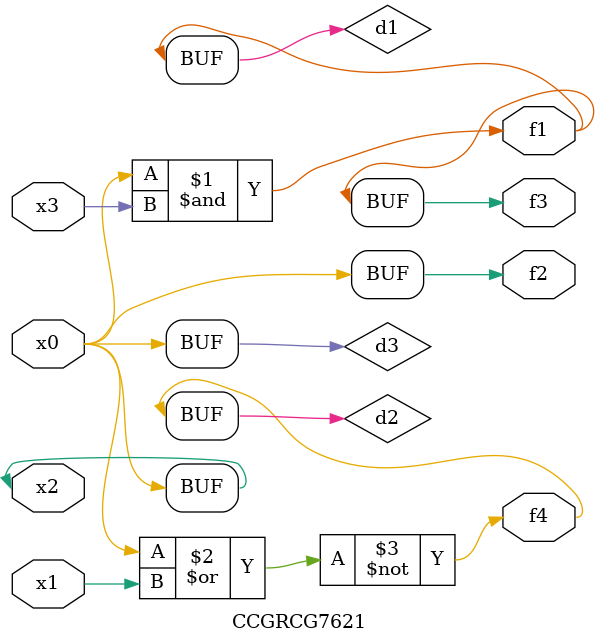
<source format=v>
module CCGRCG7621(
	input x0, x1, x2, x3,
	output f1, f2, f3, f4
);

	wire d1, d2, d3;

	and (d1, x2, x3);
	nor (d2, x0, x1);
	buf (d3, x0, x2);
	assign f1 = d1;
	assign f2 = d3;
	assign f3 = d1;
	assign f4 = d2;
endmodule

</source>
